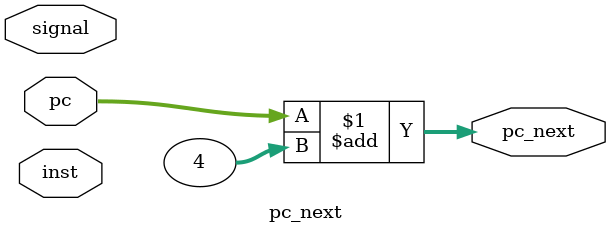
<source format=v>
`timescale 1ns / 1ps


module pc_next(
    input wire[31:0] pc,inst,
    input wire signal,//wait to finish
    output wire[31:0] pc_next
    );

    assign pc_next = pc + 4;
endmodule

</source>
